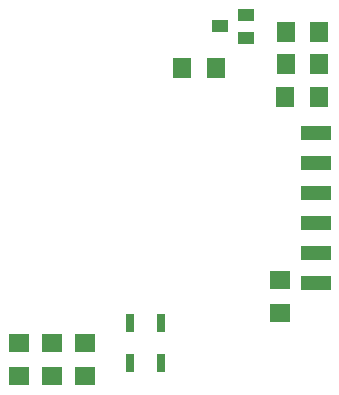
<source format=gbr>
G04 EAGLE Gerber X2 export*
%TF.Part,Single*%
%TF.FileFunction,Paste,Top*%
%TF.FilePolarity,Positive*%
%TF.GenerationSoftware,Autodesk,EAGLE,9.1.1*%
%TF.CreationDate,2018-07-26T12:17:36Z*%
G75*
%MOMM*%
%FSLAX34Y34*%
%LPD*%
%AMOC8*
5,1,8,0,0,1.08239X$1,22.5*%
G01*
%ADD10R,1.600000X1.800000*%
%ADD11R,0.800000X1.600000*%
%ADD12R,1.400000X1.000000*%
%ADD13R,1.803000X1.600000*%
%ADD14R,1.600000X1.803000*%
%ADD15R,2.540000X1.270000*%


D10*
X251430Y341630D03*
X279430Y341630D03*
X251430Y314960D03*
X279430Y314960D03*
D11*
X119380Y95740D03*
X119380Y61740D03*
X146050Y95740D03*
X146050Y61740D03*
D12*
X196010Y346710D03*
X218010Y356210D03*
X218010Y337210D03*
D13*
X246380Y132330D03*
X246380Y103890D03*
X25400Y78990D03*
X25400Y50550D03*
X81280Y50550D03*
X81280Y78990D03*
X53340Y50550D03*
X53340Y78990D03*
D14*
X279650Y287020D03*
X251210Y287020D03*
D15*
X276860Y256540D03*
X276860Y231140D03*
X276860Y205740D03*
X276860Y180340D03*
X276860Y154940D03*
X276860Y129540D03*
D14*
X192020Y311150D03*
X163580Y311150D03*
M02*

</source>
